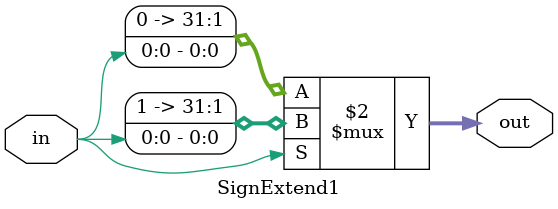
<source format=v>
module SignExtend1(
    input wire in,
    output wire [31:0] out
);
    assign out = (in == 0) ? {{31{1'b0}}, in} : {{31{1'b1}}, in}; 

endmodule
</source>
